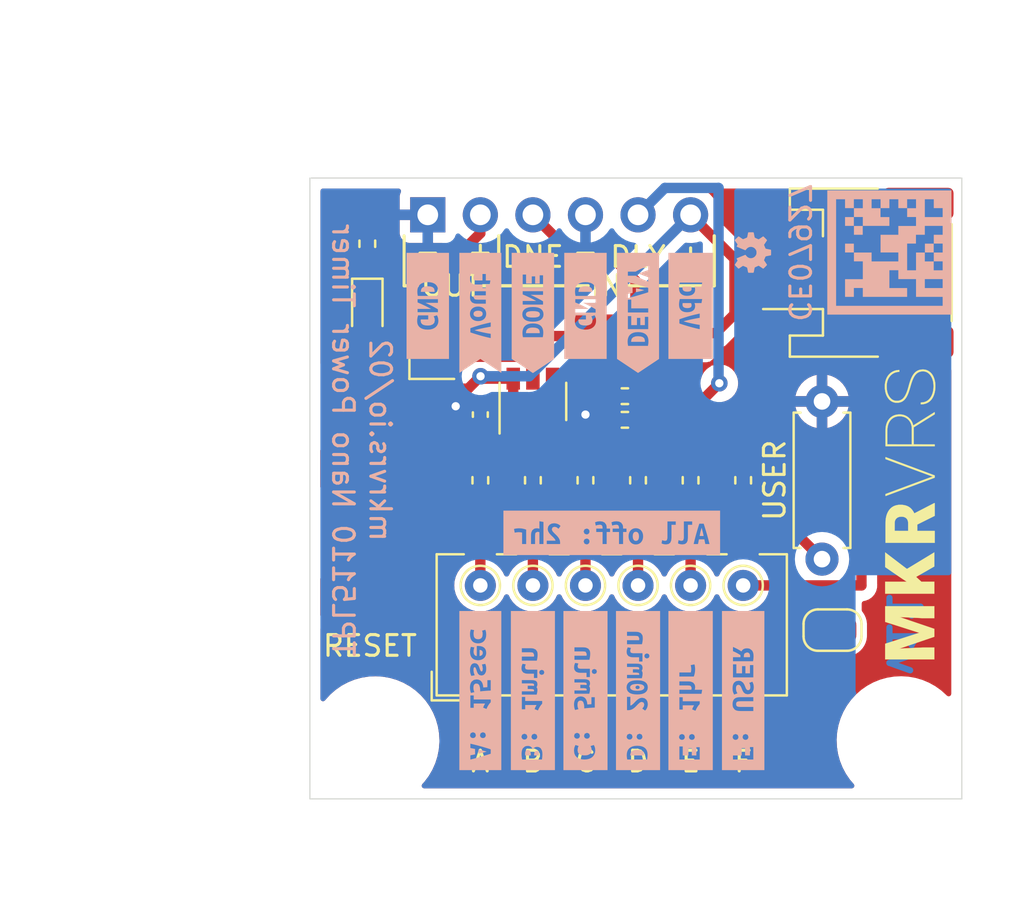
<source format=kicad_pcb>
(kicad_pcb (version 20210722) (generator pcbnew)
  (title_block (title "Makerverse TPL5110 Nano Power Timer") (date "2021-09-14") (rev "10") (comment 1 "Designed at Core Electronics by Brenton Schulz") (comment 2 "Makerverse and the makerverse logo are trademarks of Core Electronics Pty Ltd.") (comment 3 "License: CCASAv4.0 https://creativecommons.org/licenses/by-sa/4.0/"))
  (layers (0 "F.Cu" signal) (31 "B.Cu" signal) (34 "B.Paste" user) (35 "F.Paste" user) (36 "B.SilkS" user "B.Silkscreen") (37 "F.SilkS" user "F.Silkscreen") (38 "B.Mask" user) (39 "F.Mask" user) (44 "Edge.Cuts" user))
  (net 0 "")
  (net 1 "VDD")
  (net 2 "GND")
  (net 3 "Net-(D1-Pad1)")
  (net 4 "Net-(D2-Pad1)")
  (net 5 "Net-(D2-Pad2)")
  (net 6 "VDDOUT")
  (net 7 "DONE")
  (net 8 "DELAY")
  (net 9 "Net-(JP1-Pad1)")
  (net 10 "Net-(Q1-Pad1)")
  (net 11 "Net-(R1-Pad1)")
  (net 12 "Net-(R2-Pad1)")
  (net 13 "Net-(R3-Pad1)")
  (net 14 "Net-(R4-Pad1)")
  (net 15 "Net-(R5-Pad1)")
  (net 16 "Net-(R6-Pad1)")
  (net 17 "Net-(R10-Pad1)")
  (footprint "Capacitor_SMD:C_0402_1005Metric" (layer "F.Cu") (at 142.875 111.76 90)
    (fp_text reference "C1")
    (fp_text value "100nF")
    (pad "1" smd roundrect locked (at -0.48 0 90) (size 0.56 0.62) (layers "F.Cu" "F.Paste" "F.Mask") (net 1 "VDD"))
    (pad "2" smd roundrect locked (at 0.48 0 90) (size 0.56 0.62) (layers "F.Cu" "F.Paste" "F.Mask") (net 2 "GND"))
  )
  (footprint "Diode_SMD:D_SMA" (layer "F.Cu") (at 150.495 107.823)
    (fp_text reference "D1")
    (fp_text value "SS14A")
    (pad "1" smd rect locked (at -2 0) (size 2.5 1.8) (layers "F.Cu" "F.Paste" "F.Mask") (net 3 "Net-(D1-Pad1)"))
    (pad "2" smd rect locked (at 2 0) (size 2.5 1.8) (layers "F.Cu" "F.Paste" "F.Mask") (net 1 "VDD"))
  )
  (footprint "LED_SMD:LED_0603_1608Metric" (layer "F.Cu") (at 137.414 106.68 -90)
    (fp_text reference "D2")
    (fp_text value "LED")
    (pad "1" smd roundrect locked (at -0.7875 0 270) (size 0.875 0.95) (layers "F.Cu" "F.Paste" "F.Mask") (net 4 "Net-(D2-Pad1)"))
    (pad "2" smd roundrect locked (at 0.7875 0 270) (size 0.875 0.95) (layers "F.Cu" "F.Paste" "F.Mask") (net 5 "Net-(D2-Pad2)"))
  )
  (footprint "Connector_JST:JST_PH_S2B-PH-SM4-TB_1x02-1MP_P2.00mm_Horizontal" (layer "F.Cu") (at 161.14 104.902 90)
    (fp_text reference "J1")
    (fp_text value "Conn_01x02")
    (pad "1" smd roundrect locked (at -1 -2.85 90) (size 1 3.5) (layers "F.Cu" "F.Paste" "F.Mask") (net 1 "VDD"))
    (pad "2" smd roundrect locked (at 1 -2.85 90) (size 1 3.5) (layers "F.Cu" "F.Paste" "F.Mask") (net 2 "GND"))
    (pad "MP" smd roundrect locked (at -3.35 2.9 90) (size 1.5 3.4) (layers "F.Cu" "F.Paste" "F.Mask") (roundrect_rratio 0.1666673333))
    (pad "MP" smd roundrect locked (at 3.35 2.9 90) (size 1.5 3.4) (layers "F.Cu" "F.Paste" "F.Mask") (roundrect_rratio 0.1666673333))
  )
  (footprint "CoreElectronics_Components:SolderJumper-2_P1.3mm_Bridged_RoundedPad1.0x1.5mm" (layer "F.Cu") (at 159.893 122.174 180)
    (fp_text reference "JP1")
    (fp_text value "SolderJumper_2_Bridged")
    (fp_poly (pts (xy 0.25 -0.3) (xy -0.25 -0.3) (xy -0.25 0.3) (xy 0.25 0.3)) (layer "F.Cu") (width 0) (fill solid))
    (pad "1" smd custom locked (at -0.65 0 180) (size 1 0.5) (layers "F.Cu" "F.Mask") (net 9 "Net-(JP1-Pad1)") (options (clearance outline) (anchor rect)) (primitives (gr_circle (center 0 0.25) (end 0.5 0.25) (width 0) (fill yes)) (gr_circle (center 0 -0.25) (end 0.5 -0.25) (width 0) (fill yes)) (gr_poly (pts (xy 0.5 0.75) (xy 0 0.75) (xy 0 -0.75) (xy 0.5 -0.75)) (width 0) (fill yes))))
    (pad "2" smd custom locked (at 0.65 0 180) (size 1 0.5) (layers "F.Cu" "F.Mask") (net 8 "DELAY") (options (clearance outline) (anchor rect)) (primitives (gr_circle (center 0 0.25) (end 0.5 0.25) (width 0) (fill yes)) (gr_circle (center 0 -0.25) (end 0.5 -0.25) (width 0) (fill yes)) (gr_poly (pts (xy 0 0.75) (xy -0.5 0.75) (xy -0.5 -0.75) (xy 0 -0.75)) (width 0) (fill yes))))
  )
  (footprint "CoreElectronics_Components:SolderJumper-2_P1.3mm_Bridged_RoundedPad1.0x1.5mm" (layer "F.Cu") (at 136.525 110.49 90)
    (fp_text reference "JP2")
    (fp_text value "SolderJumper_2_Bridged")
    (fp_poly (pts (xy 0.25 -0.3) (xy -0.25 -0.3) (xy -0.25 0.3) (xy 0.25 0.3)) (layer "F.Cu") (width 0) (fill solid))
    (pad "1" smd custom locked (at -0.65 0 90) (size 1 0.5) (layers "F.Cu" "F.Mask") (net 6 "VDDOUT") (options (clearance outline) (anchor rect)) (primitives (gr_circle (center 0 0.25) (end 0.5 0.25) (width 0) (fill yes)) (gr_circle (center 0 -0.25) (end 0.5 -0.25) (width 0) (fill yes)) (gr_poly (pts (xy 0.5 0.75) (xy 0 0.75) (xy 0 -0.75) (xy 0.5 -0.75)) (width 0) (fill yes))))
    (pad "2" smd custom locked (at 0.65 0 90) (size 1 0.5) (layers "F.Cu" "F.Mask") (net 5 "Net-(D2-Pad2)") (options (clearance outline) (anchor rect)) (primitives (gr_circle (center 0 0.25) (end 0.5 0.25) (width 0) (fill yes)) (gr_circle (center 0 -0.25) (end 0.5 -0.25) (width 0) (fill yes)) (gr_poly (pts (xy 0 0.75) (xy -0.5 0.75) (xy -0.5 -0.75) (xy 0 -0.75)) (width 0) (fill yes))))
  )
  (footprint "CoreElectronics_Components:SolderJumper-2_P1.3mm_Open_RoundedPad1.0x1.5mm_NoMask" (layer "F.Cu") (at 144.907 107.315 90)
    (fp_text reference "JP3")
    (fp_text value "SolderJumper_2_Open")
    (pad "1" smd custom locked (at -0.65 0 90) (size 1 0.5) (layers "F.Cu" "F.Mask") (net 3 "Net-(D1-Pad1)") (options (clearance outline) (anchor rect)) (primitives (gr_circle (center 0 0.25) (end 0.5 0.25) (width 0) (fill yes)) (gr_circle (center 0 -0.25) (end 0.5 -0.25) (width 0) (fill yes)) (gr_poly (pts (xy 0.5 0.75) (xy 0 0.75) (xy 0 -0.75) (xy 0.5 -0.75)) (width 0) (fill yes))))
    (pad "2" smd custom locked (at 0.65 0 90) (size 1 0.5) (layers "F.Cu" "F.Mask") (net 1 "VDD") (options (clearance outline) (anchor rect)) (primitives (gr_circle (center 0 0.25) (end 0.5 0.25) (width 0) (fill yes)) (gr_circle (center 0 -0.25) (end 0.5 -0.25) (width 0) (fill yes)) (gr_poly (pts (xy 0 0.75) (xy -0.5 0.75) (xy -0.5 -0.75) (xy 0 -0.75)) (width 0) (fill yes))))
  )
  (footprint "Package_TO_SOT_SMD:SOT-23" (layer "F.Cu") (at 140.208 108.458 180)
    (fp_text reference "Q1")
    (fp_text value "Si2301")
    (pad "1" smd rect locked (at -1 -0.95 180) (size 0.9 0.8) (layers "F.Cu" "F.Paste" "F.Mask") (net 10 "Net-(Q1-Pad1)"))
    (pad "2" smd rect locked (at -1 0.95 180) (size 0.9 0.8) (layers "F.Cu" "F.Paste" "F.Mask") (net 3 "Net-(D1-Pad1)"))
    (pad "3" smd rect locked (at 1 0 180) (size 0.9 0.8) (layers "F.Cu" "F.Paste" "F.Mask") (net 6 "VDDOUT"))
  )
  (footprint "Resistor_SMD:R_0402_1005Metric" (layer "F.Cu") (at 142.875 114.935 90)
    (fp_text reference "R1")
    (fp_text value "14k")
    (pad "1" smd roundrect locked (at -0.51 0 90) (size 0.54 0.64) (layers "F.Cu" "F.Paste" "F.Mask") (net 11 "Net-(R1-Pad1)"))
    (pad "2" smd roundrect locked (at 0.51 0 90) (size 0.54 0.64) (layers "F.Cu" "F.Paste" "F.Mask") (net 2 "GND"))
  )
  (footprint "Resistor_SMD:R_0402_1005Metric" (layer "F.Cu") (at 145.415 114.935 90)
    (fp_text reference "R2")
    (fp_text value "25.5k")
    (pad "1" smd roundrect locked (at -0.51 0 90) (size 0.54 0.64) (layers "F.Cu" "F.Paste" "F.Mask") (net 12 "Net-(R2-Pad1)"))
    (pad "2" smd roundrect locked (at 0.51 0 90) (size 0.54 0.64) (layers "F.Cu" "F.Paste" "F.Mask") (net 2 "GND"))
  )
  (footprint "Resistor_SMD:R_0402_1005Metric" (layer "F.Cu") (at 147.955 114.935 90)
    (fp_text reference "R3")
    (fp_text value "57.6k")
    (pad "1" smd roundrect locked (at -0.51 0 90) (size 0.54 0.64) (layers "F.Cu" "F.Paste" "F.Mask") (net 13 "Net-(R3-Pad1)"))
    (pad "2" smd roundrect locked (at 0.51 0 90) (size 0.54 0.64) (layers "F.Cu" "F.Paste" "F.Mask") (net 2 "GND"))
  )
  (footprint "Resistor_SMD:R_0402_1005Metric" (layer "F.Cu") (at 150.495 114.935 90)
    (fp_text reference "R4")
    (fp_text value "143k")
    (pad "1" smd roundrect locked (at -0.51 0 90) (size 0.54 0.64) (layers "F.Cu" "F.Paste" "F.Mask") (net 14 "Net-(R4-Pad1)"))
    (pad "2" smd roundrect locked (at 0.51 0 90) (size 0.54 0.64) (layers "F.Cu" "F.Paste" "F.Mask") (net 2 "GND"))
  )
  (footprint "Resistor_SMD:R_0402_1005Metric" (layer "F.Cu") (at 153.035 114.935 90)
    (fp_text reference "R5")
    (fp_text value "475k")
    (pad "1" smd roundrect locked (at -0.51 0 90) (size 0.54 0.64) (layers "F.Cu" "F.Paste" "F.Mask") (net 15 "Net-(R5-Pad1)"))
    (pad "2" smd roundrect locked (at 0.51 0 90) (size 0.54 0.64) (layers "F.Cu" "F.Paste" "F.Mask") (net 2 "GND"))
  )
  (footprint "Resistor_THT:R_Axial_DIN0207_L6.3mm_D2.5mm_P7.62mm_Horizontal" (layer "F.Cu") (at 159.385 118.745 90)
    (fp_text reference "R6")
    (fp_text value "R")
    (pad "1" thru_hole circle locked (at 0 0 90) (size 1.6 1.6) (drill 0.8) (layers *.Cu *.Mask) (net 16 "Net-(R6-Pad1)"))
    (pad "2" thru_hole oval locked (at 7.62 0 90) (size 1.6 1.6) (drill 0.8) (layers *.Cu *.Mask) (net 2 "GND"))
  )
  (footprint "Resistor_SMD:R_0402_1005Metric" (layer "F.Cu") (at 155.575 114.935 90)
    (fp_text reference "R7")
    (fp_text value "169k")
    (pad "1" smd roundrect locked (at -0.51 0 90) (size 0.54 0.64) (layers "F.Cu" "F.Paste" "F.Mask") (net 9 "Net-(JP1-Pad1)"))
    (pad "2" smd roundrect locked (at 0.51 0 90) (size 0.54 0.64) (layers "F.Cu" "F.Paste" "F.Mask") (net 2 "GND"))
  )
  (footprint "Resistor_SMD:R_0402_1005Metric" (layer "F.Cu") (at 149.86 112.014)
    (fp_text reference "R8")
    (fp_text value "10k")
    (pad "1" smd roundrect locked (at -0.51 0) (size 0.54 0.64) (layers "F.Cu" "F.Paste" "F.Mask") (net 2 "GND"))
    (pad "2" smd roundrect locked (at 0.51 0) (size 0.54 0.64) (layers "F.Cu" "F.Paste" "F.Mask") (net 7 "DONE"))
  )
  (footprint "Resistor_SMD:R_0402_1005Metric" (layer "F.Cu") (at 137.414 103.505 -90)
    (fp_text reference "R9")
    (fp_text value "10k")
    (pad "1" smd roundrect locked (at -0.51 0 270) (size 0.54 0.64) (layers "F.Cu" "F.Paste" "F.Mask") (net 2 "GND"))
    (pad "2" smd roundrect locked (at 0.51 0 270) (size 0.54 0.64) (layers "F.Cu" "F.Paste" "F.Mask") (net 4 "Net-(D2-Pad1)"))
  )
  (footprint "Resistor_SMD:R_0402_1005Metric" (layer "F.Cu") (at 149.86 110.871)
    (fp_text reference "R10")
    (fp_text value "10k")
    (pad "1" smd roundrect locked (at -0.51 0) (size 0.54 0.64) (layers "F.Cu" "F.Paste" "F.Mask") (net 17 "Net-(R10-Pad1)"))
    (pad "2" smd roundrect locked (at 0.51 0) (size 0.54 0.64) (layers "F.Cu" "F.Paste" "F.Mask") (net 7 "DONE"))
  )
  (footprint "Button_Switch_SMD:SW_DIP_SPSTx06_Slide_6.7x16.8mm_W8.61mm_P2.54mm_LowProfile" (layer "F.Cu") (at 149.225 121.92 90)
    (fp_text reference "SW1")
    (fp_text value "SW_DIP_x06")
    (pad "1" smd rect locked (at -4.45 -6.35 90) (size 1.5 1.1) (layers "F.Cu" "F.Paste" "F.Mask") (net 8 "DELAY"))
    (pad "2" smd rect locked (at -4.45 -3.81 90) (size 1.5 1.1) (layers "F.Cu" "F.Paste" "F.Mask") (net 8 "DELAY"))
    (pad "3" smd rect locked (at -4.45 -1.27 90) (size 1.5 1.1) (layers "F.Cu" "F.Paste" "F.Mask") (net 8 "DELAY"))
    (pad "4" smd rect locked (at -4.45 1.27 90) (size 1.5 1.1) (layers "F.Cu" "F.Paste" "F.Mask") (net 8 "DELAY"))
    (pad "5" smd rect locked (at -4.45 3.81 90) (size 1.5 1.1) (layers "F.Cu" "F.Paste" "F.Mask") (net 8 "DELAY"))
    (pad "6" smd rect locked (at -4.45 6.35 90) (size 1.5 1.1) (layers "F.Cu" "F.Paste" "F.Mask") (net 8 "DELAY"))
    (pad "7" smd rect locked (at 4.45 6.35 90) (size 1.5 1.1) (layers "F.Cu" "F.Paste" "F.Mask") (net 16 "Net-(R6-Pad1)"))
    (pad "8" smd rect locked (at 4.45 3.81 90) (size 1.5 1.1) (layers "F.Cu" "F.Paste" "F.Mask") (net 15 "Net-(R5-Pad1)"))
    (pad "9" smd rect locked (at 4.45 1.27 90) (size 1.5 1.1) (layers "F.Cu" "F.Paste" "F.Mask") (net 14 "Net-(R4-Pad1)"))
    (pad "10" smd rect locked (at 4.45 -1.27 90) (size 1.5 1.1) (layers "F.Cu" "F.Paste" "F.Mask") (net 13 "Net-(R3-Pad1)"))
    (pad "11" smd rect locked (at 4.45 -3.81 90) (size 1.5 1.1) (layers "F.Cu" "F.Paste" "F.Mask") (net 12 "Net-(R2-Pad1)"))
    (pad "12" smd rect locked (at 4.45 -6.35 90) (size 1.5 1.1) (layers "F.Cu" "F.Paste" "F.Mask") (net 11 "Net-(R1-Pad1)"))
  )
  (footprint "Button_Switch_SMD:SW_SPST_TL3305A" (layer "F.Cu") (at 137.541 117.475 -90)
    (fp_text reference "SW2")
    (fp_text value "SW_Push")
    (pad "1" smd rect locked (at 3.1 -1.85 270) (size 1.8 1.1) (layers "F.Cu" "F.Paste" "F.Mask") (net 8 "DELAY"))
    (pad "1" smd rect locked (at -3.1 -1.85 270) (size 1.8 1.1) (layers "F.Cu" "F.Paste" "F.Mask") (net 8 "DELAY"))
    (pad "2" smd rect locked (at 3.1 1.85 270) (size 1.8 1.1) (layers "F.Cu" "F.Paste" "F.Mask") (net 1 "VDD"))
    (pad "2" smd rect locked (at -3.1 1.85 270) (size 1.8 1.1) (layers "F.Cu" "F.Paste" "F.Mask") (net 1 "VDD"))
  )
  (footprint "Package_TO_SOT_SMD:SOT-23-6" (layer "F.Cu") (at 145.415 111.125 90)
    (fp_text reference "U1")
    (fp_text value "TPL5110")
    (pad "1" smd rect locked (at -1.1 -0.95 90) (size 1.06 0.65) (layers "F.Cu" "F.Paste" "F.Mask") (net 1 "VDD"))
    (pad "2" smd rect locked (at -1.1 0 90) (size 1.06 0.65) (layers "F.Cu" "F.Paste" "F.Mask") (net 2 "GND"))
    (pad "3" smd rect locked (at -1.1 0.95 90) (size 1.06 0.65) (layers "F.Cu" "F.Paste" "F.Mask") (net 8 "DELAY"))
    (pad "4" smd rect locked (at 1.1 0.95 90) (size 1.06 0.65) (layers "F.Cu" "F.Paste" "F.Mask") (net 17 "Net-(R10-Pad1)"))
    (pad "5" smd rect locked (at 1.1 0 90) (size 1.06 0.65) (layers "F.Cu" "F.Paste" "F.Mask") (net 10 "Net-(Q1-Pad1)"))
    (pad "6" smd rect locked (at 1.1 -0.95 90) (size 1.06 0.65) (layers "F.Cu" "F.Paste" "F.Mask") (net 1 "VDD"))
  )
  (footprint "Connector_PinHeader_2.54mm:PinHeader_1x06_P2.54mm_Vertical" (layer "F.Cu") (at 140.335 102.108 90)
    (fp_text reference "J2")
    (fp_text value "Conn_01x06")
    (pad "1" thru_hole rect locked (at 0 0 90) (size 1.7 1.7) (drill 1) (layers *.Cu *.Mask) (net 2 "GND"))
    (pad "2" thru_hole oval locked (at 0 2.54 90) (size 1.7 1.7) (drill 1) (layers *.Cu *.Mask) (net 6 "VDDOUT"))
    (pad "3" thru_hole oval locked (at 0 5.08 90) (size 1.7 1.7) (drill 1) (layers *.Cu *.Mask) (net 7 "DONE"))
    (pad "4" thru_hole oval locked (at 0 7.62 90) (size 1.7 1.7) (drill 1) (layers *.Cu *.Mask) (net 2 "GND"))
    (pad "5" thru_hole oval locked (at 0 10.16 90) (size 1.7 1.7) (drill 1) (layers *.Cu *.Mask) (net 8 "DELAY"))
    (pad "6" thru_hole oval locked (at 0 12.7 90) (size 1.7 1.7) (drill 1) (layers *.Cu *.Mask) (net 1 "VDD"))
  )
  (footprint "TestPoint:TestPoint_THTPad_D1.5mm_Drill0.7mm" (layer "F.Cu") (at 142.875 120.015)
    (fp_text reference "TP1")
    (fp_text value "TestPoint")
    (pad "1" thru_hole circle locked (at 0 0) (size 1.5 1.5) (drill 0.7) (layers *.Cu *.Mask) (net 11 "Net-(R1-Pad1)"))
  )
  (footprint "TestPoint:TestPoint_THTPad_D1.5mm_Drill0.7mm" (layer "F.Cu") (at 145.415 120.015)
    (fp_text reference "TP2")
    (fp_text value "TestPoint")
    (pad "1" thru_hole circle locked (at 0 0) (size 1.5 1.5) (drill 0.7) (layers *.Cu *.Mask) (net 12 "Net-(R2-Pad1)"))
  )
  (footprint "TestPoint:TestPoint_THTPad_D1.5mm_Drill0.7mm" (layer "F.Cu") (at 147.955 120.015)
    (fp_text reference "TP3")
    (fp_text value "TestPoint")
    (pad "1" thru_hole circle locked (at 0 0) (size 1.5 1.5) (drill 0.7) (layers *.Cu *.Mask) (net 13 "Net-(R3-Pad1)"))
  )
  (footprint "TestPoint:TestPoint_THTPad_D1.5mm_Drill0.7mm" (layer "F.Cu") (at 150.495 120.015)
    (fp_text reference "TP4")
    (fp_text value "TestPoint")
    (pad "1" thru_hole circle locked (at 0 0) (size 1.5 1.5) (drill 0.7) (layers *.Cu *.Mask) (net 14 "Net-(R4-Pad1)"))
  )
  (footprint "TestPoint:TestPoint_THTPad_D1.5mm_Drill0.7mm" (layer "F.Cu") (at 153.035 120.015)
    (fp_text reference "TP5")
    (fp_text value "TestPoint")
    (pad "1" thru_hole circle locked (at 0 0) (size 1.5 1.5) (drill 0.7) (layers *.Cu *.Mask) (net 15 "Net-(R5-Pad1)"))
  )
  (footprint "TestPoint:TestPoint_THTPad_D1.5mm_Drill0.7mm" (layer "F.Cu") (at 155.575 120.015)
    (fp_text reference "TP6")
    (fp_text value "TestPoint")
    (pad "1" thru_hole circle locked (at 0 0) (size 1.5 1.5) (drill 0.7) (layers *.Cu *.Mask) (net 9 "Net-(JP1-Pad1)"))
  )
  (footprint "MountingHole:MountingHole_3.2mm_M3" (layer "F.Cu") (at 163.195 127.508)
    (fp_text reference "H2")
    (fp_text value "MountingHole")
    (pad "1" np_thru_hole circle locked (at 0 0) (size 3.2 3.2) (drill 3.2) (layers *.Cu *.Mask))
  )
  (footprint "CoreElectronics_Artwork:makerverse_logo_short_14.0x2.4mm" (layer "F.Cu") (at 163.64 116.586 90)
    (fp_text reference "G***" hide)
    (fp_text value "LOGO" hide)
  )
  (footprint "MountingHole:MountingHole_3.2mm_M3" (layer "F.Cu") (at 137.795 127.508)
    (fp_text reference "H1")
    (fp_text value "MountingHole")
    (pad "1" np_thru_hole circle locked (at 0 0) (size 3.2 3.2) (drill 3.2) (layers *.Cu *.Mask))
  )
  (footprint "kibuzzard-6108B5E5" (layer "B.Cu") (at 150.495 125.095 90)
    (fp_text reference "kibuzzard-6108B5E5" hide)
    (fp_text value "G***" hide)
  )
  (footprint "kibuzzard-6115C8BC" (layer "B.Cu") (at 147.955 106.508 90)
    (fp_text reference "kibuzzard-6115C8BC" hide)
    (fp_text value "G***" hide)
  )
  (footprint "kibuzzard-6108B621" (layer "B.Cu") (at 142.875 125.095 90)
    (fp_text reference "kibuzzard-6108B621" hide)
    (fp_text value "G***" hide)
  )
  (footprint "kibuzzard-6108C156" (layer "B.Cu") (at 147.955 125.095 90)
    (fp_text reference "kibuzzard-6108C156" hide)
    (fp_text value "G***" hide)
  )
  (footprint "CoreElectronics_Artwork:oshw" (layer "B.Cu") (at 156.04 103.937257 90)
    (fp_text reference "G***" hide)
    (fp_text value "LOGO" hide)
  )
  (footprint "kibuzzard-6115C8D1" (layer "B.Cu") (at 153.035 106.508 90)
    (fp_text reference "kibuzzard-6115C8D1" hide)
    (fp_text value "G***" hide)
  )
  (footprint "kibuzzard-6108B610" (layer "B.Cu") (at 145.415 125.095 90)
    (fp_text reference "kibuzzard-6108B610" hide)
    (fp_text value "G***" hide)
  )
  (footprint "kibuzzard-6115CA83" (layer "B.Cu") (at 145.415 106.849798 90)
    (fp_text reference "kibuzzard-6115CA83" hide)
    (fp_text value "G***" hide)
  )
  (footprint "kibuzzard-6108B648" (layer "B.Cu") (at 149.225 117.475 180)
    (fp_text reference "kibuzzard-6108B648" hide)
    (fp_text value "G***" hide)
  )
  (footprint "kibuzzard-6115C8A3" (layer "B.Cu") (at 140.335 106.508 90)
    (fp_text reference "kibuzzard-6115C8A3" hide)
    (fp_text value "G***" hide)
  )
  (footprint "kibuzzard-6115CB14" (layer "B.Cu") (at 150.495 106.846623 90)
    (fp_text reference "kibuzzard-6115CB14" hide)
    (fp_text value "G***" hide)
  )
  (footprint "lib:CE07927" (layer "B.Cu") (at 162.64 103.93 90)
    (fp_text reference "G2")
    (fp_text value "LOGO" hide)
  )
  (footprint "kibuzzard-6108B5D9" (layer "B.Cu") (at 153.035 125.095 90)
    (fp_text reference "kibuzzard-6108B5D9" hide)
    (fp_text value "G***" hide)
  )
  (footprint "kibuzzard-6108B5F6" (layer "B.Cu") (at 155.575 125.095 90)
    (fp_text reference "kibuzzard-6108B5F6" hide)
    (fp_text value "G***" hide)
  )
  (footprint "kibuzzard-6115CAE5" (layer "B.Cu") (at 142.875 106.846093 90)
    (fp_text reference "kibuzzard-6115CAE5" hide)
    (fp_text value "G***" hide)
  )
  (gr_line (start 154.178 103.124) (end 154.178 105.537) (layer "F.SilkS") (width 0.16))
  (gr_line (start 143.764 105.537) (end 148.082 105.537) (layer "F.SilkS") (width 0.16))
  (gr_line (start 139.192 105.537) (end 139.827 105.537) (layer "F.SilkS") (width 0.16))
  (gr_line (start 143.764 105.537) (end 143.002 105.537) (layer "F.SilkS") (width 0.16))
  (gr_line (start 139.192 105.537) (end 139.192 103.124) (layer "F.SilkS") (width 0.15))
  (gr_line (start 143.764 103.124) (end 143.764 105.537) (layer "F.SilkS") (width 0.16))
  (gr_line (start 149.86 105.537) (end 154.178 105.537) (layer "F.SilkS") (width 0.16))
  (gr_line (start 166.14 130.33) (end 166.14 100.33) (layer "Edge.Cuts") (width 0.05))
  (gr_line (start 166.14 100.33) (end 134.64 100.33) (layer "Edge.Cuts") (width 0.05))
  (gr_line (start 134.64 130.33) (end 166.14 130.33) (layer "Edge.Cuts") (width 0.05))
  (gr_line (start 134.64 100.33) (end 134.64 130.33) (layer "Edge.Cuts") (width 0.05))
  (gr_text "v11" (at 163.321999 122.33 270) (layer "B.Cu") (effects (font (size 1.5 1.5) (thickness 0.3)) (justify mirror)))
  (gr_text "mkrvrs.io/02" (at 138.04 113 270) (layer "B.SilkS") (effects (font (size 1 1)) (justify mirror)))
  (gr_text "CE07927" (at 158.285017 103.929999 270) (layer "B.SilkS") (effects (font (size 1 1)) (justify mirror)))
  (gr_text "TPL5110 Nano Power Timer" (at 136.24 113 -90) (layer "B.SilkS") (effects (font (size 1 1)) (justify mirror)))
  (gr_text "B" (at 145.415 128.524) (layer "F.SilkS") (effects (font (size 1 1))))
  (gr_text "C" (at 147.955 128.524) (layer "F.SilkS") (effects (font (size 1 1))))
  (gr_text "D" (at 150.495 128.524) (layer "F.SilkS") (effects (font (size 1 1))))
  (gr_text "E" (at 153.035 128.524) (layer "F.SilkS") (effects (font (size 1 1))))
  (gr_text "F" (at 155.575 128.524) (layer "F.SilkS") (effects (font (size 1 1))))
  (gr_text "+" (at 153.035 104.013) (layer "F.SilkS") (effects (font (size 1 1))))
  (gr_text "-" (at 140.335 103.886) (layer "F.SilkS") (effects (font (size 1 1))))
  (gr_text "A" (at 142.875 128.524) (layer "F.SilkS") (effects (font (size 1 1))))
  (gr_text "-" (at 147.955 103.886) (layer "F.SilkS") (effects (font (size 1 1))))
  (gr_text "OUT" (at 141.478 105.537) (layer "F.SilkS") (effects (font (size 1 1))))
  (gr_text "USER" (at 157.099 114.935 90) (layer "F.SilkS") (effects (font (size 1 1))))
  (gr_text "RESET" (at 137.541 122.936) (layer "F.SilkS") (effects (font (size 1 1))))
  (gr_text "DLY" (at 150.495 104.14) (layer "F.SilkS") (effects (font (size 1 1))))
  (gr_text "DNE" (at 145.415 104.14) (layer "F.SilkS") (effects (font (size 1 1))))
  (gr_text "+" (at 142.875 103.886) (layer "F.SilkS") (effects (font (size 1 1))))
  (gr_text "IN" (at 148.971 105.537) (layer "F.SilkS") (effects (font (size 1 1))))
  (segment (start 140.757729 106.209249) (end 140.285 106.681978) (width 0.5) (layer "F.Cu") (net 1))
  (segment (start 140.558978 110.508) (end 142.285 110.508) (width 0.5) (layer "F.Cu") (net 1))
  (segment (start 144.907 106.665) (end 144.451249 106.209249) (width 0.5) (layer "F.Cu") (net 1))
  (segment (start 135.691 114.375) (end 135.691 114.225) (width 0.5) (layer "F.Cu") (net 1))
  (segment (start 154.956 104.029) (end 155.155002 104.228002) (width 0.5) (layer "F.Cu") (net 1))
  (segment (start 135.691 114.225) (end 137.32949 112.58651) (width 0.5) (layer "F.Cu") (net 1))
  (segment (start 154.245 107.823) (end 152.495 107.823) (width 0.5) (layer "F.Cu") (net 1))
  (segment (start 140.285 106.681978) (end 140.285 110.234022) (width 0.5) (layer "F.Cu") (net 1))
  (segment (start 142.285 110.508) (end 142.885 109.908) (width 0.5) (layer "F.Cu") (net 1))
  (segment (start 156.166 105.902) (end 155.155002 106.912998) (width 0.5) (layer "F.Cu") (net 1))
  (segment (start 138.592746 112.586511) (end 137.32949 112.58651) (width 0.5) (layer "F.Cu") (net 1))
  (segment (start 155.155002 104.228002) (end 155.155002 106.912998) (width 0.5) (layer "F.Cu") (net 1))
  (segment (start 142.875 112.24) (end 138.939257 112.24) (width 0.5) (layer "F.Cu") (net 1))
  (segment (start 158.29 105.902) (end 156.166 105.902) (width 0.5) (layer "F.Cu") (net 1))
  (segment (start 135.691 120.575) (end 135.691 114.375) (width 0.5) (layer "F.Cu") (net 1))
  (segment (start 143.002 110.025) (end 142.885 109.908) (width 0.5) (layer "F.Cu") (net 1))
  (segment (start 144.465 112.225) (end 144.465 110.025) (width 0.5) (layer "F.Cu") (net 1))
  (segment (start 138.939257 112.24) (end 138.592746 112.586511) (width 0.5) (layer "F.Cu") (net 1))
  (segment (start 142.875 112.24) (end 144.45 112.24) (width 0.5) (layer "F.Cu") (net 1))
  (segment (start 140.285 110.234022) (end 140.558978 110.508) (width 0.5) (layer "F.Cu") (net 1))
  (segment (start 144.451249 106.209249) (end 140.757729 106.209249) (width 0.5) (layer "F.Cu") (net 1))
  (segment (start 144.45 112.24) (end 144.465 112.225) (width 0.5) (layer "F.Cu") (net 1))
  (segment (start 144.465 110.025) (end 143.002 110.025) (width 0.5) (layer "F.Cu") (net 1))
  (segment (start 153.035 102.108) (end 154.956 104.029) (width 0.5) (layer "F.Cu") (net 1))
  (segment (start 155.155002 106.912998) (end 154.245 107.823) (width 0.5) (layer "F.Cu") (net 1))
  (via (at 142.885 109.908) (size 0.8) (drill 0.4) (layers "F.Cu" "B.Cu") (net 1))
  (segment (start 145.235 109.908) (end 142.885 109.908) (width 0.5) (layer "B.Cu") (net 1))
  (segment (start 153.035 102.108) (end 145.235 109.908) (width 0.5) (layer "B.Cu") (net 1))
  (segment (start 145.799998 111.125) (end 147.32 111.125) (width 0.5) (layer "F.Cu") (net 2))
  (segment (start 145.415 112.225) (end 145.415 111.509998) (width 0.5) (layer "F.Cu") (net 2))
  (segment (start 145.415 111.509998) (end 145.799998 111.125) (width 0.5) (layer "F.Cu") (net 2))
  (segment (start 141.7625 111.28) (end 141.685 111.3575) (width 0.5) (layer "F.Cu") (net 2))
  (segment (start 147.32 111.125) (end 147.955 111.76) (width 0.5) (layer "F.Cu") (net 2))
  (segment (start 142.875 111.28) (end 141.7625 111.28) (width 0.5) (layer "F.Cu") (net 2))
  (via (at 147.955 111.76) (size 0.8) (drill 0.4) (layers "F.Cu" "B.Cu") (net 2))
  (via (at 141.685 111.3575) (size 0.8) (drill 0.4) (layers "F.Cu" "B.Cu") (net 2))
  (segment (start 141.665 107.965) (end 144.907 107.965) (width 0.5) (layer "F.Cu") (net 3))
  (segment (start 148.353 107.965) (end 148.495 107.823) (width 0.5) (layer "F.Cu") (net 3))
  (segment (start 144.907 107.965) (end 148.353 107.965) (width 0.5) (layer "F.Cu") (net 3))
  (segment (start 141.665 107.965) (end 141.208 107.508) (width 0.5) (layer "F.Cu") (net 3))
  (segment (start 137.414 105.8925) (end 137.414 104.015) (width 0.5) (layer "F.Cu") (net 4))
  (segment (start 136.525 109.84) (end 136.525 108.3565) (width 0.5) (layer "F.Cu") (net 5))
  (segment (start 136.525 108.3565) (end 137.414 107.4675) (width 0.5) (layer "F.Cu") (net 5))
  (segment (start 139.208 108.458) (end 139.208 106.664) (width 0.5) (layer "F.Cu") (net 6))
  (segment (start 139.065 111.125) (end 139.065 108.601) (width 0.5) (layer "F.Cu") (net 6))
  (segment (start 138.303 111.887) (end 139.065 111.125) (width 0.5) (layer "F.Cu") (net 6))
  (segment (start 136.525 111.14) (end 137.272 111.887) (width 0.5) (layer "F.Cu") (net 6))
  (segment (start 139.065 108.601) (end 139.208 108.458) (width 0.5) (layer "F.Cu") (net 6))
  (segment (start 137.272 111.887) (end 138.303 111.887) (width 0.5) (layer "F.Cu") (net 6))
  (segment (start 142.875 102.997) (end 142.875 102.108) (width 0.5) (layer "F.Cu") (net 6))
  (segment (start 139.208 106.664) (end 142.875 102.997) (width 0.5) (layer "F.Cu") (net 6))
  (segment (start 145.415 102.108) (end 147.701 104.394) (width 0.5) (layer "F.Cu") (net 7))
  (segment (start 147.701 104.394) (end 149.479 104.394) (width 0.5) (layer "F.Cu") (net 7))
  (segment (start 150.37 112.014) (end 150.37 110.871) (width 0.5) (layer "F.Cu") (net 7))
  (segment (start 149.479 104.394) (end 150.37 105.285) (width 0.5) (layer "F.Cu") (net 7))
  (segment (start 150.37 105.285) (end 150.37 110.871) (width 0.5) (layer "F.Cu") (net 7))
  (segment (start 159.23 126.225) (end 159.23 124.757) (width 0.5) (layer "F.Cu") (net 8))
  (segment (start 139.391 120.575) (end 139.391 122.886) (width 0.5) (layer "F.Cu") (net 8))
  (segment (start 142.875 126.225) (end 159.23 126.225) (width 0.5) (layer "F.Cu") (net 8))
  (segment (start 139.391 114.375) (end 139.391 113.525) (width 0.5) (layer "F.Cu") (net 8))
  (segment (start 159.243 124.744) (end 159.243 122.174) (width 0.5) (layer "F.Cu") (net 8))
  (segment (start 151.384 113.284) (end 147.424 113.284) (width 0.5) (layer "F.Cu") (net 8))
  (segment (start 139.391 120.575) (end 139.391 114.375) (width 0.5) (layer "F.Cu") (net 8))
  (segment (start 146.365 112.225) (end 146.365 112.940002) (width 0.5) (layer "F.Cu") (net 8))
  (segment (start 139.391 122.886) (end 142.875 126.37) (width 0.5) (layer "F.Cu") (net 8))
  (segment (start 146.100001 113.205001) (end 139.710999 113.205001) (width 0.5) (layer "F.Cu") (net 8))
  (segment (start 147.424 113.284) (end 146.365 112.225) (width 0.5) (layer "F.Cu") (net 8))
  (segment (start 146.365 112.940002) (end 146.100001 113.205001) (width 0.5) (layer "F.Cu") (net 8))
  (segment (start 154.4225 110.2455) (end 151.384 113.284) (width 0.5) (layer "F.Cu") (net 8))
  (segment (start 159.23 124.757) (end 159.243 124.744) (width 0.5) (layer "F.Cu") (net 8))
  (segment (start 139.391 113.525) (end 139.710999 113.205001) (width 0.5) (layer "F.Cu") (net 8))
  (via (at 154.4225 110.2455) (size 0.8) (drill 0.4) (layers "F.Cu" "B.Cu") (net 8))
  (segment (start 150.495 102.108) (end 151.794511 100.808489) (width 0.5) (layer "B.Cu") (net 8))
  (segment (start 154.385489 110.208489) (end 154.4225 110.2455) (width 0.5) (layer "B.Cu") (net 8))
  (segment (start 151.794511 100.808489) (end 154.385489 100.808489) (width 0.5) (layer "B.Cu") (net 8))
  (segment (start 154.385489 100.808489) (end 154.385489 110.208489) (width 0.5) (layer "B.Cu") (net 8))
  (segment (start 155.575 115.445) (end 159.26 115.445) (width 0.5) (layer "F.Cu") (net 9))
  (segment (start 161.29 117.475) (end 161.29 120.015) (width 0.5) (layer "F.Cu") (net 9))
  (segment (start 160.543 122.174) (end 160.543 120.03) (width 0.5) (layer "F.Cu") (net 9))
  (segment (start 160.528 120.015) (end 161.29 120.015) (width 0.5) (layer "F.Cu") (net 9))
  (segment (start 159.26 115.445) (end 161.29 117.475) (width 0.5) (layer "F.Cu") (net 9))
  (segment (start 155.575 120.015) (end 160.528 120.015) (width 0.5) (layer "F.Cu") (net 9))
  (segment (start 160.543 120.03) (end 160.528 120.015) (width 0.5) (layer "F.Cu") (net 9))
  (segment (start 145.415 110.025) (end 145.415 108.995) (width 0.5) (layer "F.Cu") (net 10))
  (segment (start 145.386 108.966) (end 141.65 108.966) (width 0.5) (layer "F.Cu") (net 10))
  (segment (start 145.415 108.995) (end 145.386 108.966) (width 0.5) (layer "F.Cu") (net 10))
  (segment (start 141.65 108.966) (end 141.208 109.408) (width 0.5) (layer "F.Cu") (net 10))
  (segment (start 142.875 117.615) (end 142.875 115.445) (width 0.5) (layer "F.Cu") (net 11))
  (segment (start 142.875 120.015) (end 142.875 117.615) (width 0.5) (layer "F.Cu") (net 11))
  (segment (start 145.415 115.445) (end 145.415 117.615) (width 0.5) (layer "F.Cu") (net 12))
  (segment (start 145.415 117.615) (end 145.415 120.015) (width 0.5) (layer "F.Cu") (net 12))
  (segment (start 147.955 117.615) (end 147.955 115.445) (width 0.5) (layer "F.Cu") (net 13))
  (segment (start 147.955 120.015) (end 147.955 117.615) (width 0.5) (layer "F.Cu") (net 13))
  (segment (start 150.495 117.615) (end 150.495 120.015) (width 0.5) (layer "F.Cu") (net 14))
  (segment (start 150.495 115.445) (end 150.495 117.615) (width 0.5) (layer "F.Cu") (net 14))
  (segment (start 153.035 117.615) (end 153.035 115.445) (width 0.5) (layer "F.Cu") (net 15))
  (segment (start 153.035 120.015) (end 153.035 117.615) (width 0.5) (layer "F.Cu") (net 15))
  (segment (start 158.255 117.615) (end 159.385 118.745) (width 0.5) (layer "F.Cu") (net 16))
  (segment (start 155.575 117.615) (end 158.255 117.615) (width 0.5) (layer "F.Cu") (net 16))
  (segment (start 146.365 110.025) (end 148.545 110.025) (width 0.5) (layer "F.Cu") (net 17))
  (segment (start 149.35 110.871) (end 149.35 110.83) (width 0.5) (layer "F.Cu") (net 17))
  (segment (start 149.35 110.83) (end 148.545 110.025) (width 0.5) (layer "F.Cu") (net 17))
  (zone (net 2) (net_name "GND") (layer "F.Cu") (connect_pads (clearance 0.508)) (min_thickness 0.254) (fill yes (thermal_gap 0.508) (thermal_bridge_width 0.508))
    (polygon (pts (xy 166.14 130.33) (xy 134.64 130.33) (xy 134.64 100.33) (xy 166.14 100.33)))
  )
  (zone (net 2) (net_name "GND") (layer "B.Cu") (connect_pads (clearance 0.508)) (min_thickness 0.254) (fill yes (thermal_gap 0.508) (thermal_bridge_width 0.508))
    (polygon (pts (xy 166.14 130.33) (xy 134.64 130.33) (xy 134.64 100.33) (xy 166.14 100.33)))
  )
)
</source>
